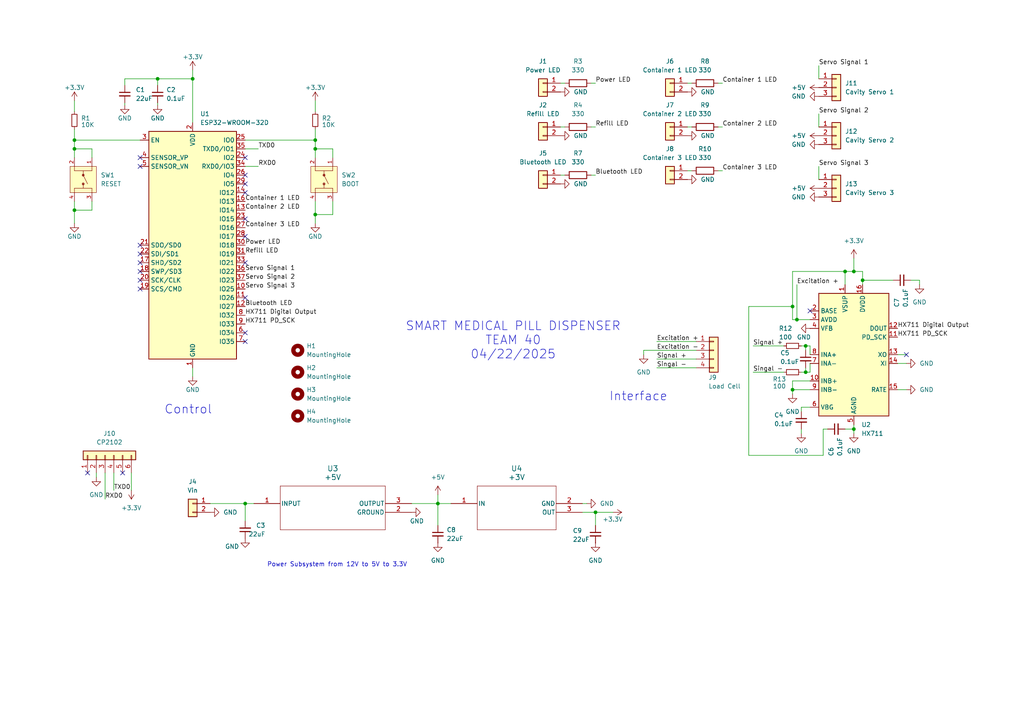
<source format=kicad_sch>
(kicad_sch (version 20231120) (generator "eeschema") (generator_version "8.0")
  (paper "A4")
  (lib_symbols
    (symbol "+3.3V_1" (power) (pin_numbers hide) (pin_names (offset 0) hide)
      (property "Value" "+3.3V" (at 0 3.556 0))
      (symbol "+3.3V_1_0_1"
        (polyline (pts (xy -0.762 1.27) (xy 0 2.54)))
        (polyline (pts (xy 0 0) (xy 0 2.54)))
        (polyline (pts (xy 0 2.54) (xy 0.762 1.27)))
      )
      (symbol "+3.3V_1_1_1"
        (pin power_in line (at 0 0 90) (length 0) (name "~") (number "1"))
      )
    )
    (symbol "2025-03-01_22-06-06:LM3940IT-3.3_NOPB" (pin_names (offset 0.254))
      (property "Reference" "U" (at 19.05 10.16 0))
      (property "Value" "LM3940IT-3.3/NOPB" (at 19.05 7.62 0))
      (symbol "LM3940IT-3.3_NOPB_0_1"
        (polyline (pts (xy 7.62 -7.62) (xy 30.48 -7.62)) (stroke (width 0.127)))
        (polyline (pts (xy 7.62 5.08) (xy 7.62 -7.62)) (stroke (width 0.127)))
        (polyline (pts (xy 30.48 -7.62) (xy 30.48 5.08)) (stroke (width 0.127)))
        (polyline (pts (xy 30.48 5.08) (xy 7.62 5.08)) (stroke (width 0.127)))
        (pin input line (at 0 0 0) (length 7.62) (name "IN") (number "1"))
        (pin passive line (at 38.1 0 180) (length 7.62) (name "GND") (number "2"))
        (pin output line (at 38.1 -2.54 180) (length 7.62) (name "OUT") (number "3"))
      )
    )
    (symbol "2025-03-01_22-08-00:LM7805ACT" (pin_names (offset 0.254))
      (property "Reference" "U" (at 22.86 10.16 0))
      (property "Value" "LM7805ACT" (at 22.86 7.62 0))
      (symbol "LM7805ACT_0_1"
        (polyline (pts (xy 7.62 -7.62) (xy 38.1 -7.62)) (stroke (width 0.127)))
        (polyline (pts (xy 7.62 5.08) (xy 7.62 -7.62)) (stroke (width 0.127)))
        (polyline (pts (xy 38.1 -7.62) (xy 38.1 5.08)) (stroke (width 0.127)))
        (polyline (pts (xy 38.1 5.08) (xy 7.62 5.08)) (stroke (width 0.127)))
        (pin input line (at 0 0 0) (length 7.62) (name "INPUT") (number "1"))
        (pin power_out line (at 45.72 -2.54 180) (length 7.62) (name "GROUND") (number "2"))
        (pin output line (at 45.72 0 180) (length 7.62) (name "OUTPUT") (number "3"))
      )
    )
    (symbol "4-1437565-9:4-1437565-9" (pin_names (offset 1.016))
      (property "Reference" "SW" (at -4.0816 4.0816 0))
      (property "Value" "4-1437565-9" (at -4.071 -5.3432 0))
      (symbol "4-1437565-9_0_0"
        (rectangle (start -3.81 -3.81) (end 3.81 3.81) (stroke (width 0.127)) (fill (type background)))
        (circle (center -1.27 0) (radius 0.254) (stroke (width 0.2159)))
        (polyline (pts (xy -3.81 2.54) (xy -2.54 2.54)) (stroke (width 0.127)))
        (polyline (pts (xy -2.54 -2.54) (xy -3.81 -2.54)) (stroke (width 0.127)))
        (polyline (pts (xy -2.54 0) (xy -1.27 0)) (stroke (width 0.127)))
        (polyline (pts (xy -2.54 2.54) (xy -2.54 -2.54)) (stroke (width 0.127)))
        (polyline (pts (xy -1.27 0) (xy 1.27 1.27)) (stroke (width 0.127)))
        (polyline (pts (xy 1.27 0) (xy 2.54 0)) (stroke (width 0.127)))
        (polyline (pts (xy 2.54 -2.54) (xy 3.81 -2.54)) (stroke (width 0.127)))
        (polyline (pts (xy 2.54 2.54) (xy 2.54 -2.54)) (stroke (width 0.127)))
        (polyline (pts (xy 3.81 2.54) (xy 2.54 2.54)) (stroke (width 0.127)))
        (circle (center 1.27 0) (radius 0.254) (stroke (width 0.2159)))
        (pin passive line (at -6.35 2.54 0) (length 2.54) (name "~") (number "1"))
        (pin passive line (at -6.35 -2.54 0) (length 2.54) (name "~") (number "2"))
        (pin passive line (at 6.35 2.54 180) (length 2.54) (name "~") (number "3"))
        (pin passive line (at 6.35 -2.54 180) (length 2.54) (name "~") (number "4"))
      )
    )
    (symbol "Analog_ADC:HX711"
      (property "Reference" "U" (at 5.08 21.59 0))
      (property "Value" "HX711" (at 7.62 19.05 0))
      (symbol "HX711_0_1"
        (rectangle (start -10.16 17.78) (end 10.16 -17.78) (stroke (width 0.254)) (fill (type background)))
      )
      (symbol "HX711_1_1"
        (pin power_in line (at -2.54 20.32 270) (length 2.54) (name "VSUP") (number "1"))
        (pin input line (at -12.7 -7.62 0) (length 2.54) (name "INB+") (number "10"))
        (pin input line (at 12.7 5.08 180) (length 2.54) (name "PD_SCK") (number "11"))
        (pin output line (at 12.7 7.62 180) (length 2.54) (name "DOUT") (number "12"))
        (pin passive line (at 12.7 0 180) (length 2.54) (name "XO") (number "13"))
        (pin passive line (at 12.7 -2.54 180) (length 2.54) (name "XI") (number "14"))
        (pin input line (at 12.7 -10.16 180) (length 2.54) (name "RATE") (number "15"))
        (pin power_in line (at 2.54 20.32 270) (length 2.54) (name "DVDD") (number "16"))
        (pin passive line (at -12.7 12.7 0) (length 2.54) (name "BASE") (number "2"))
        (pin power_in line (at -12.7 10.16 0) (length 2.54) (name "AVDD") (number "3"))
        (pin input line (at -12.7 7.62 0) (length 2.54) (name "VFB") (number "4"))
        (pin power_in line (at 0 -20.32 90) (length 2.54) (name "AGND") (number "5"))
        (pin passive line (at -12.7 -15.24 0) (length 2.54) (name "VBG") (number "6"))
        (pin input line (at -12.7 -2.54 0) (length 2.54) (name "INA-") (number "7"))
        (pin input line (at -12.7 0 0) (length 2.54) (name "INA+") (number "8"))
        (pin input line (at -12.7 -10.16 0) (length 2.54) (name "INB-") (number "9"))
      )
    )
    (symbol "Connector_Generic:Conn_01x02" (pin_names (offset 1.016) hide)
      (property "Reference" "J" (at 0 2.54 0))
      (property "Value" "Conn_01x02" (at 0 -5.08 0))
      (symbol "Conn_01x02_1_1"
        (rectangle (start -1.27 -2.413) (end 0 -2.667) (stroke (width 0.1524)))
        (rectangle (start -1.27 0.127) (end 0 -0.127) (stroke (width 0.1524)))
        (rectangle (start -1.27 1.27) (end 1.27 -3.81) (stroke (width 0.254)) (fill (type background)))
        (pin passive line (at -5.08 0 0) (length 3.81) (name "Pin_1") (number "1"))
        (pin passive line (at -5.08 -2.54 0) (length 3.81) (name "Pin_2") (number "2"))
      )
    )
    (symbol "Connector_Generic:Conn_01x03" (pin_names (offset 1.016) hide)
      (property "Reference" "J" (at 0 5.08 0))
      (property "Value" "Conn_01x03" (at 0 -5.08 0))
      (symbol "Conn_01x03_1_1"
        (rectangle (start -1.27 -2.413) (end 0 -2.667) (stroke (width 0.1524)))
        (rectangle (start -1.27 0.127) (end 0 -0.127) (stroke (width 0.1524)))
        (rectangle (start -1.27 2.667) (end 0 2.413) (stroke (width 0.1524)))
        (rectangle (start -1.27 3.81) (end 1.27 -3.81) (stroke (width 0.254)) (fill (type background)))
        (pin passive line (at -5.08 2.54 0) (length 3.81) (name "Pin_1") (number "1"))
        (pin passive line (at -5.08 0 0) (length 3.81) (name "Pin_2") (number "2"))
        (pin passive line (at -5.08 -2.54 0) (length 3.81) (name "Pin_3") (number "3"))
      )
    )
    (symbol "Connector_Generic:Conn_01x04" (pin_names (offset 1.016) hide)
      (property "Reference" "J" (at 0 5.08 0))
      (property "Value" "Conn_01x04" (at 0 -7.62 0))
      (symbol "Conn_01x04_1_1"
        (rectangle (start -1.27 -4.953) (end 0 -5.207) (stroke (width 0.1524)))
        (rectangle (start -1.27 -2.413) (end 0 -2.667) (stroke (width 0.1524)))
        (rectangle (start -1.27 0.127) (end 0 -0.127) (stroke (width 0.1524)))
        (rectangle (start -1.27 2.667) (end 0 2.413) (stroke (width 0.1524)))
        (rectangle (start -1.27 3.81) (end 1.27 -6.35) (stroke (width 0.254)) (fill (type background)))
        (pin passive line (at -5.08 2.54 0) (length 3.81) (name "Pin_1") (number "1"))
        (pin passive line (at -5.08 0 0) (length 3.81) (name "Pin_2") (number "2"))
        (pin passive line (at -5.08 -2.54 0) (length 3.81) (name "Pin_3") (number "3"))
        (pin passive line (at -5.08 -5.08 0) (length 3.81) (name "Pin_4") (number "4"))
      )
    )
    (symbol "Connector_Generic:Conn_01x06" (pin_names (offset 1.016) hide)
      (property "Reference" "J" (at 0 7.62 0))
      (property "Value" "Conn_01x06" (at 0 -10.16 0))
      (symbol "Conn_01x06_1_1"
        (rectangle (start -1.27 -7.493) (end 0 -7.747) (stroke (width 0.1524)))
        (rectangle (start -1.27 -4.953) (end 0 -5.207) (stroke (width 0.1524)))
        (rectangle (start -1.27 -2.413) (end 0 -2.667) (stroke (width 0.1524)))
        (rectangle (start -1.27 0.127) (end 0 -0.127) (stroke (width 0.1524)))
        (rectangle (start -1.27 2.667) (end 0 2.413) (stroke (width 0.1524)))
        (rectangle (start -1.27 5.207) (end 0 4.953) (stroke (width 0.1524)))
        (rectangle (start -1.27 6.35) (end 1.27 -8.89) (stroke (width 0.254)) (fill (type background)))
        (pin passive line (at -5.08 5.08 0) (length 3.81) (name "Pin_1") (number "1"))
        (pin passive line (at -5.08 2.54 0) (length 3.81) (name "Pin_2") (number "2"))
        (pin passive line (at -5.08 0 0) (length 3.81) (name "Pin_3") (number "3"))
        (pin passive line (at -5.08 -2.54 0) (length 3.81) (name "Pin_4") (number "4"))
        (pin passive line (at -5.08 -5.08 0) (length 3.81) (name "Pin_5") (number "5"))
        (pin passive line (at -5.08 -7.62 0) (length 3.81) (name "Pin_6") (number "6"))
      )
    )
    (symbol "Device:C_Small" (pin_numbers hide) (pin_names (offset 0.254) hide)
      (property "Reference" "C" (at 0.254 1.778 0))
      (property "Value" "C_Small" (at 0.254 -2.032 0))
      (symbol "C_Small_0_1"
        (polyline (pts (xy -1.524 -0.508) (xy 1.524 -0.508)) (stroke (width 0.3302)))
        (polyline (pts (xy -1.524 0.508) (xy 1.524 0.508)) (stroke (width 0.3048)))
      )
      (symbol "C_Small_1_1"
        (pin passive line (at 0 2.54 270) (length 2.032) (name "~") (number "1"))
        (pin passive line (at 0 -2.54 90) (length 2.032) (name "~") (number "2"))
      )
    )
    (symbol "Device:R" (pin_numbers hide) (pin_names (offset 0))
      (property "Reference" "R" (at 2.032 0 90))
      (property "Value" "R" (at 0 0 90))
      (symbol "R_0_1"
        (rectangle (start -1.016 -2.54) (end 1.016 2.54) (stroke (width 0.254)))
      )
      (symbol "R_1_1"
        (pin passive line (at 0 3.81 270) (length 1.27) (name "~") (number "1"))
        (pin passive line (at 0 -3.81 90) (length 1.27) (name "~") (number "2"))
      )
    )
    (symbol "Device:R_Small" (pin_numbers hide) (pin_names (offset 0.254) hide)
      (property "Reference" "R" (at 0.762 0.508 0))
      (property "Value" "R_Small" (at 0.762 -1.016 0))
      (symbol "R_Small_0_1"
        (rectangle (start -0.762 1.778) (end 0.762 -1.778) (stroke (width 0.2032)))
      )
      (symbol "R_Small_1_1"
        (pin passive line (at 0 2.54 270) (length 0.762) (name "~") (number "1"))
        (pin passive line (at 0 -2.54 90) (length 0.762) (name "~") (number "2"))
      )
    )
    (symbol "GND_1" (power) (pin_numbers hide) (pin_names (offset 0) hide)
      (property "Value" "GND" (at 0 -3.81 0))
      (symbol "GND_1_0_1"
        (polyline (pts (xy 0 0) (xy 0 -1.27) (xy 1.27 -1.27) (xy 0 -2.54) (xy -1.27 -1.27) (xy 0 -1.27)))
      )
      (symbol "GND_1_1_1"
        (pin power_in line (at 0 0 270) (length 0) (name "~") (number "1"))
      )
    )
    (symbol "GND_2" (power) (pin_numbers hide) (pin_names (offset 0) hide)
      (property "Value" "GND" (at 0 -3.81 0))
      (symbol "GND_2_0_1"
        (polyline (pts (xy 0 0) (xy 0 -1.27) (xy 1.27 -1.27) (xy 0 -2.54) (xy -1.27 -1.27) (xy 0 -1.27)))
      )
      (symbol "GND_2_1_1"
        (pin power_in line (at 0 0 270) (length 0) (name "~") (number "1"))
      )
    )
    (symbol "GND_3" (power) (pin_numbers hide) (pin_names (offset 0) hide)
      (property "Value" "GND" (at 0 -3.81 0))
      (symbol "GND_3_0_1"
        (polyline (pts (xy 0 0) (xy 0 -1.27) (xy 1.27 -1.27) (xy 0 -2.54) (xy -1.27 -1.27) (xy 0 -1.27)))
      )
      (symbol "GND_3_1_1"
        (pin power_in line (at 0 0 270) (length 0) (name "~") (number "1"))
      )
    )
    (symbol "GND_4" (power) (pin_numbers hide) (pin_names (offset 0) hide)
      (property "Value" "GND" (at 0 -3.81 0))
      (symbol "GND_4_0_1"
        (polyline (pts (xy 0 0) (xy 0 -1.27) (xy 1.27 -1.27) (xy 0 -2.54) (xy -1.27 -1.27) (xy 0 -1.27)))
      )
      (symbol "GND_4_1_1"
        (pin power_in line (at 0 0 270) (length 0) (name "~") (number "1"))
      )
    )
    (symbol "Mechanical:MountingHole" (pin_names (offset 1.016)) (exclude_from_sim yes) (in_bom no)
      (property "Reference" "H" (at 0 5.08 0))
      (property "Value" "MountingHole" (at 0 3.175 0))
      (symbol "MountingHole_0_1"
        (circle (center 0 0) (radius 1.27) (stroke (width 1.27)))
      )
    )
    (symbol "RF_Module:ESP32-WROOM-32D"
      (property "Reference" "U" (at -12.7 34.29 0))
      (property "Value" "ESP32-WROOM-32D" (at 1.27 34.29 0))
      (symbol "ESP32-WROOM-32D_0_1"
        (rectangle (start -12.7 33.02) (end 12.7 -33.02) (stroke (width 0.254)) (fill (type background)))
      )
      (symbol "ESP32-WROOM-32D_1_1"
        (pin power_in line (at 0 -35.56 90) (length 2.54) (name "GND") (number "1"))
        (pin bidirectional line (at 15.24 -12.7 180) (length 2.54) (name "IO25") (number "10"))
        (pin bidirectional line (at 15.24 -15.24 180) (length 2.54) (name "IO26") (number "11"))
        (pin bidirectional line (at 15.24 -17.78 180) (length 2.54) (name "IO27") (number "12"))
        (pin bidirectional line (at 15.24 10.16 180) (length 2.54) (name "IO14") (number "13"))
        (pin bidirectional line (at 15.24 15.24 180) (length 2.54) (name "IO12") (number "14"))
        (pin passive line (at 0 -35.56 90) (length 2.54) hide (name "GND") (number "15"))
        (pin bidirectional line (at 15.24 12.7 180) (length 2.54) (name "IO13") (number "16"))
        (pin bidirectional line (at -15.24 -5.08 0) (length 2.54) (name "SHD/SD2") (number "17"))
        (pin bidirectional line (at -15.24 -7.62 0) (length 2.54) (name "SWP/SD3") (number "18"))
        (pin bidirectional line (at -15.24 -12.7 0) (length 2.54) (name "SCS/CMD") (number "19"))
        (pin power_in line (at 0 35.56 270) (length 2.54) (name "VDD") (number "2"))
        (pin bidirectional line (at -15.24 -10.16 0) (length 2.54) (name "SCK/CLK") (number "20"))
        (pin bidirectional line (at -15.24 0 0) (length 2.54) (name "SDO/SD0") (number "21"))
        (pin bidirectional line (at -15.24 -2.54 0) (length 2.54) (name "SDI/SD1") (number "22"))
        (pin bidirectional line (at 15.24 7.62 180) (length 2.54) (name "IO15") (number "23"))
        (pin bidirectional line (at 15.24 25.4 180) (length 2.54) (name "IO2") (number "24"))
        (pin bidirectional line (at 15.24 30.48 180) (length 2.54) (name "IO0") (number "25"))
        (pin bidirectional line (at 15.24 20.32 180) (length 2.54) (name "IO4") (number "26"))
        (pin bidirectional line (at 15.24 5.08 180) (length 2.54) (name "IO16") (number "27"))
        (pin bidirectional line (at 15.24 2.54 180) (length 2.54) (name "IO17") (number "28"))
        (pin bidirectional line (at 15.24 17.78 180) (length 2.54) (name "IO5") (number "29"))
        (pin input line (at -15.24 30.48 0) (length 2.54) (name "EN") (number "3"))
        (pin bidirectional line (at 15.24 0 180) (length 2.54) (name "IO18") (number "30"))
        (pin bidirectional line (at 15.24 -2.54 180) (length 2.54) (name "IO19") (number "31"))
        (pin no_connect line (at -12.7 -27.94 0) (length 2.54) hide (name "NC") (number "32"))
        (pin bidirectional line (at 15.24 -5.08 180) (length 2.54) (name "IO21") (number "33"))
        (pin bidirectional line (at 15.24 22.86 180) (length 2.54) (name "RXD0/IO3") (number "34"))
        (pin bidirectional line (at 15.24 27.94 180) (length 2.54) (name "TXD0/IO1") (number "35"))
        (pin bidirectional line (at 15.24 -7.62 180) (length 2.54) (name "IO22") (number "36"))
        (pin bidirectional line (at 15.24 -10.16 180) (length 2.54) (name "IO23") (number "37"))
        (pin passive line (at 0 -35.56 90) (length 2.54) hide (name "GND") (number "38"))
        (pin passive line (at 0 -35.56 90) (length 2.54) hide (name "GND") (number "39"))
        (pin input line (at -15.24 25.4 0) (length 2.54) (name "SENSOR_VP") (number "4"))
        (pin input line (at -15.24 22.86 0) (length 2.54) (name "SENSOR_VN") (number "5"))
        (pin input line (at 15.24 -25.4 180) (length 2.54) (name "IO34") (number "6"))
        (pin input line (at 15.24 -27.94 180) (length 2.54) (name "IO35") (number "7"))
        (pin bidirectional line (at 15.24 -20.32 180) (length 2.54) (name "IO32") (number "8"))
        (pin bidirectional line (at 15.24 -22.86 180) (length 2.54) (name "IO33") (number "9"))
      )
    )
    (symbol "power:+3.3V" (power) (pin_names (offset 0))
      (property "Value" "+3.3V" (at 0 3.556 0))
      (symbol "+3.3V_0_1"
        (polyline (pts (xy -0.762 1.27) (xy 0 2.54)))
        (polyline (pts (xy 0 0) (xy 0 2.54)))
        (polyline (pts (xy 0 2.54) (xy 0.762 1.27)))
      )
      (symbol "+3.3V_1_1"
        (pin power_in line (at 0 0 90) (length 0) hide (name "+3.3V") (number "1"))
      )
    )
    (symbol "power:+5V" (power) (pin_names (offset 0))
      (property "Value" "+5V" (at 0 3.556 0))
      (symbol "+5V_0_1"
        (polyline (pts (xy -0.762 1.27) (xy 0 2.54)))
        (polyline (pts (xy 0 0) (xy 0 2.54)))
        (polyline (pts (xy 0 2.54) (xy 0.762 1.27)))
      )
      (symbol "+5V_1_1"
        (pin power_in line (at 0 0 90) (length 0) hide (name "+5V") (number "1"))
      )
    )
    (symbol "power:GND" (power) (pin_names (offset 0))
      (property "Value" "GND" (at 0 -3.81 0))
      (symbol "GND_0_1"
        (polyline (pts (xy 0 0) (xy 0 -1.27) (xy 1.27 -1.27) (xy 0 -2.54) (xy -1.27 -1.27) (xy 0 -1.27)))
      )
      (symbol "GND_1_1"
        (pin power_in line (at 0 0 270) (length 0) hide (name "GND") (number "1"))
      )
    )
  )
  (junction (at 231.14 92.71))
  (junction (at 229.87 88.9))
  (junction (at 21.59 60.96))
  (junction (at 21.59 40.64))
  (junction (at 229.87 113.03))
  (junction (at 233.68 107.95))
  (junction (at 247.65 124.46))
  (junction (at 45.72 22.86))
  (junction (at 91.44 43.18))
  (junction (at 127 146.05))
  (junction (at 233.68 100.33))
  (junction (at 247.65 78.74))
  (junction (at 250.19 81.28))
  (junction (at 71.12 146.05))
  (junction (at 91.44 62.23))
  (junction (at 245.11 78.74))
  (junction (at 21.59 43.18))
  (junction (at 172.72 148.59))
  (junction (at 91.44 40.64))
  (junction (at 55.88 22.86))
  (no_connect (at 40.64 83.82))
  (no_connect (at 40.64 45.72))
  (no_connect (at 234.95 90.17))
  (no_connect (at 71.12 50.8))
  (no_connect (at 40.64 78.74))
  (no_connect (at 71.12 55.88))
  (no_connect (at 40.64 48.26))
  (no_connect (at 71.12 96.52))
  (no_connect (at 35.56 137.16))
  (no_connect (at 25.4 137.16))
  (no_connect (at 40.64 76.2))
  (no_connect (at 71.12 99.06))
  (no_connect (at 40.64 73.66))
  (no_connect (at 71.12 86.36))
  (no_connect (at 71.12 68.58))
  (no_connect (at 262.89 102.87))
  (no_connect (at 71.12 63.5))
  (no_connect (at 71.12 53.34))
  (no_connect (at 40.64 81.28))
  (no_connect (at 71.12 45.72))
  (no_connect (at 71.12 76.2))
  (no_connect (at 40.64 71.12))
  (wire (pts (xy 74.93 48.26) (xy 71.12 48.26)))
  (wire (pts (xy 234.95 110.49) (xy 229.87 110.49)))
  (wire (pts (xy 217.17 88.9) (xy 217.17 132.08)))
  (wire (pts (xy 245.11 124.46) (xy 247.65 124.46)))
  (wire (pts (xy 127 146.05) (xy 130.81 146.05)))
  (wire (pts (xy 208.28 24.13) (xy 209.55 24.13)))
  (wire (pts (xy 229.87 88.9) (xy 217.17 88.9)))
  (wire (pts (xy 186.69 101.6) (xy 201.93 101.6)))
  (wire (pts (xy 172.72 148.59) (xy 172.72 152.4)))
  (wire (pts (xy 238.76 124.46) (xy 240.03 124.46)))
  (wire (pts (xy 229.87 78.74) (xy 245.11 78.74)))
  (wire (pts (xy 262.89 113.03) (xy 260.35 113.03)))
  (wire (pts (xy 177.8 148.59) (xy 172.72 148.59)))
  (wire (pts (xy 233.68 107.95) (xy 234.95 107.95)))
  (wire (pts (xy 217.17 132.08) (xy 238.76 132.08)))
  (wire (pts (xy 238.76 132.08) (xy 238.76 124.46)))
  (wire (pts (xy 237.49 33.02) (xy 237.49 36.83)))
  (wire (pts (xy 91.44 43.18) (xy 91.44 45.72)))
  (wire (pts (xy 250.19 81.28) (xy 259.08 81.28)))
  (wire (pts (xy 247.65 124.46) (xy 247.65 125.73)))
  (wire (pts (xy 190.5 104.14) (xy 201.93 104.14)))
  (wire (pts (xy 21.59 40.64) (xy 21.59 43.18)))
  (wire (pts (xy 199.39 49.53) (xy 200.66 49.53)))
  (wire (pts (xy 232.41 124.46) (xy 232.41 125.73)))
  (wire (pts (xy 91.44 29.21) (xy 91.44 32.385)))
  (wire (pts (xy 171.45 24.13) (xy 172.72 24.13)))
  (wire (pts (xy 208.28 49.53) (xy 209.55 49.53)))
  (wire (pts (xy 229.87 113.03) (xy 234.95 113.03)))
  (wire (pts (xy 229.87 110.49) (xy 229.87 113.03)))
  (wire (pts (xy 229.87 92.71) (xy 229.87 88.9)))
  (wire (pts (xy 218.44 107.95) (xy 227.33 107.95)))
  (wire (pts (xy 237.49 19.05) (xy 237.49 22.86)))
  (wire (pts (xy 38.1 137.16) (xy 38.1 142.24)))
  (wire (pts (xy 231.14 82.55) (xy 231.14 92.71)))
  (wire (pts (xy 74.93 43.18) (xy 71.12 43.18)))
  (wire (pts (xy 171.45 50.8) (xy 172.72 50.8)))
  (wire (pts (xy 71.12 146.05) (xy 73.66 146.05)))
  (wire (pts (xy 234.95 100.33) (xy 234.95 102.87)))
  (wire (pts (xy 247.65 123.19) (xy 247.65 124.46)))
  (wire (pts (xy 262.89 105.41) (xy 260.35 105.41)))
  (wire (pts (xy 245.11 78.74) (xy 247.65 78.74)))
  (wire (pts (xy 247.65 78.74) (xy 250.19 78.74)))
  (wire (pts (xy 36.195 29.845) (xy 36.195 30.48)))
  (wire (pts (xy 21.59 29.21) (xy 21.59 32.385)))
  (wire (pts (xy 26.67 58.42) (xy 26.67 60.96)))
  (wire (pts (xy 26.67 60.96) (xy 21.59 60.96)))
  (wire (pts (xy 237.49 48.26) (xy 237.49 52.07)))
  (wire (pts (xy 27.94 137.16) (xy 27.94 138.43)))
  (wire (pts (xy 264.16 81.28) (xy 266.7 81.28)))
  (wire (pts (xy 26.67 43.18) (xy 26.67 45.72)))
  (wire (pts (xy 36.195 22.86) (xy 45.72 22.86)))
  (wire (pts (xy 96.52 43.18) (xy 96.52 45.72)))
  (wire (pts (xy 232.41 107.95) (xy 233.68 107.95)))
  (wire (pts (xy 247.65 78.74) (xy 247.65 74.93)))
  (wire (pts (xy 232.41 118.11) (xy 234.95 118.11)))
  (wire (pts (xy 234.95 92.71) (xy 231.14 92.71)))
  (wire (pts (xy 262.89 102.87) (xy 260.35 102.87)))
  (wire (pts (xy 21.59 37.465) (xy 21.59 40.64)))
  (wire (pts (xy 234.95 107.95) (xy 234.95 105.41)))
  (wire (pts (xy 171.45 36.83) (xy 172.72 36.83)))
  (wire (pts (xy 199.39 36.83) (xy 200.66 36.83)))
  (wire (pts (xy 168.91 146.05) (xy 170.18 146.05)))
  (wire (pts (xy 71.12 146.05) (xy 71.12 151.13)))
  (wire (pts (xy 21.59 43.18) (xy 21.59 45.72)))
  (wire (pts (xy 96.52 62.23) (xy 91.44 62.23)))
  (wire (pts (xy 96.52 58.42) (xy 96.52 62.23)))
  (wire (pts (xy 162.56 50.8) (xy 163.83 50.8)))
  (wire (pts (xy 21.59 58.42) (xy 21.59 60.96)))
  (wire (pts (xy 232.41 119.38) (xy 232.41 118.11)))
  (wire (pts (xy 55.88 22.86) (xy 55.88 35.56)))
  (wire (pts (xy 127 143.51) (xy 127 146.05)))
  (wire (pts (xy 232.41 100.33) (xy 233.68 100.33)))
  (wire (pts (xy 55.88 106.68) (xy 55.88 109.22)))
  (wire (pts (xy 229.87 113.03) (xy 229.87 114.3)))
  (wire (pts (xy 250.19 81.28) (xy 250.19 78.74)))
  (wire (pts (xy 91.44 62.23) (xy 91.44 64.77)))
  (wire (pts (xy 162.56 24.13) (xy 163.83 24.13)))
  (wire (pts (xy 162.56 36.83) (xy 163.83 36.83)))
  (wire (pts (xy 190.5 106.68) (xy 201.93 106.68)))
  (wire (pts (xy 71.12 40.64) (xy 91.44 40.64)))
  (wire (pts (xy 186.69 101.6) (xy 186.69 102.87)))
  (wire (pts (xy 91.44 37.465) (xy 91.44 40.64)))
  (wire (pts (xy 172.72 148.59) (xy 168.91 148.59)))
  (wire (pts (xy 60.96 146.05) (xy 71.12 146.05)))
  (wire (pts (xy 45.72 22.86) (xy 55.88 22.86)))
  (wire (pts (xy 233.68 106.68) (xy 233.68 107.95)))
  (wire (pts (xy 127 146.05) (xy 127 152.4)))
  (wire (pts (xy 55.88 20.32) (xy 55.88 22.86)))
  (wire (pts (xy 91.44 40.64) (xy 91.44 43.18)))
  (wire (pts (xy 190.5 99.06) (xy 201.93 99.06)))
  (wire (pts (xy 231.14 92.71) (xy 229.87 92.71)))
  (wire (pts (xy 45.72 29.845) (xy 45.72 30.48)))
  (wire (pts (xy 21.59 40.64) (xy 40.64 40.64)))
  (wire (pts (xy 245.11 82.55) (xy 245.11 78.74)))
  (wire (pts (xy 33.02 137.16) (xy 33.02 142.24)))
  (wire (pts (xy 266.7 81.28) (xy 266.7 82.55)))
  (wire (pts (xy 208.28 36.83) (xy 209.55 36.83)))
  (wire (pts (xy 229.87 88.9) (xy 229.87 78.74)))
  (wire (pts (xy 233.68 100.33) (xy 233.68 101.6)))
  (wire (pts (xy 233.68 100.33) (xy 234.95 100.33)))
  (wire (pts (xy 250.19 82.55) (xy 250.19 81.28)))
  (wire (pts (xy 21.59 60.96) (xy 21.59 64.77)))
  (wire (pts (xy 119.38 146.05) (xy 127 146.05)))
  (wire (pts (xy 91.44 43.18) (xy 96.52 43.18)))
  (wire (pts (xy 21.59 43.18) (xy 26.67 43.18)))
  (wire (pts (xy 30.48 144.78) (xy 30.48 137.16)))
  (wire (pts (xy 218.44 100.33) (xy 227.33 100.33)))
  (wire (pts (xy 91.44 58.42) (xy 91.44 62.23)))
  (wire (pts (xy 199.39 24.13) (xy 200.66 24.13)))
  (wire (pts (xy 36.195 22.86) (xy 36.195 24.765)))
  (wire (pts (xy 45.72 22.86) (xy 45.72 24.765)))
  (text "Control\n" (at 54.61 118.872 0) (effects (font (size 2.54 2.54))))
  (text "Power Subsystem from 12V to 5V to 3.3V" (at 97.79 163.83 0) (effects (font (size 1.27 1.27))))
  (text "Interface" (at 185.166 115.062 0) (effects (font (size 2.54 2.54))))
  (text "SMART MEDICAL PILL DISPENSER\nTEAM 40\n04/22/2025" (at 148.844 98.806 0) (effects (font (size 2.54 2.54))))
  (label "Excitation -" (at 190.5 101.6 0))
  (label "Servo Signal 1" (at 71.12 78.74 0))
  (label "RXD0" (at 74.93 48.26 0))
  (label "Container 1 LED" (at 209.55 24.13 0))
  (label "Container 3 LED" (at 209.55 49.53 0))
  (label "Excitation +" (at 190.5 99.06 0))
  (label "RXD0" (at 30.48 144.78 0))
  (label "Container 2 LED" (at 71.12 60.96 0))
  (label "Servo Signal 3" (at 237.49 48.26 0))
  (label "Bluetooth LED" (at 71.12 88.9 0))
  (label "Container 2 LED" (at 209.55 36.83 0))
  (label "Refill LED" (at 172.72 36.83 0))
  (label "Servo Signal 3" (at 71.12 83.82 0))
  (label "Servo Signal 2" (at 71.12 81.28 0))
  (label "Bluetooth LED" (at 172.72 50.8 0))
  (label "Signal +" (at 190.5 104.14 0))
  (label "Signal +" (at 218.44 100.33 0))
  (label "Container 3 LED" (at 71.12 66.04 0))
  (label "Singal -" (at 190.5 106.68 0))
  (label "HX711 PD_SCK" (at 260.35 97.79 0))
  (label "HX711 PD_SCK" (at 71.12 93.98 0))
  (label "Power LED" (at 71.12 71.12 0))
  (label "Singal -" (at 218.44 107.95 0))
  (label "Refill LED" (at 71.12 73.66 0))
  (label "TXD0" (at 74.93 43.18 0))
  (label "Servo Signal 1" (at 237.49 19.05 0))
  (label "HX711 Digital Output" (at 71.12 91.44 0))
  (label "Power LED" (at 172.72 24.13 0))
  (label "Excitation +" (at 231.14 82.55 0))
  (label "TXD0" (at 33.02 142.24 0))
  (label "Container 1 LED" (at 71.12 58.42 0))
  (label "Servo Signal 2" (at 237.49 33.02 0))
  (label "HX711 Digital Output" (at 260.35 95.25 0))
  (symbol (lib_id "Connector_Generic:Conn_01x02") (at 194.31 36.83 0) (mirror y) (unit 1)
    (property "Reference" "J7" (at 194.31 30.48 0))
    (property "Value" "Container 2 LED" (at 194.31 33.02 0))
    (property "Footprint" "Connector_Molex:Molex_KK-254_AE-6410-02A_1x02_P2.54mm_Vertical" (effects (hide yes)))
    (property "Description" "Generic connector, single row, 01x02, script generated (kicad-library-utils/schlib/autogen/connector/)" (effects (hide yes)))
  )
  (symbol (lib_id "power:GND") (at 162.56 53.34 90) (unit 1)
    (property "Reference" "#PWR013" (effects (hide yes)))
    (property "Value" "GND" (at 166.37 53.3399 90) (effects (justify right)))
    (property "Description" "Power symbol creates a global label with name \"GND\" , ground" (effects (hide yes)))
  )
  (symbol (lib_id "power:GND") (at 162.56 26.67 90) (unit 1)
    (property "Reference" "#PWR09" (effects (hide yes)))
    (property "Value" "GND" (at 166.37 26.6699 90) (effects (justify right)))
    (property "Description" "Power symbol creates a global label with name \"GND\" , ground" (effects (hide yes)))
  )
  (symbol (lib_id "Connector_Generic:Conn_01x03") (at 242.57 54.61 0) (unit 1)
    (property "Reference" "J13" (at 245.11 53.3399 0) (effects (justify left)))
    (property "Value" "Cavity Servo 3" (at 245.11 55.8799 0) (effects (justify left)))
    (property "Footprint" "Connector_Molex:Molex_KK-254_AE-6410-03A_1x03_P2.54mm_Vertical" (effects (hide yes)))
    (property "Description" "Generic connector, single row, 01x03, script generated (kicad-library-utils/schlib/autogen/connector/)" (effects (hide yes)))
  )
  (symbol (lib_id "4-1437565-9:4-1437565-9") (at 93.98 52.07 270) (unit 1)
    (property "Reference" "SW2" (at 99.06 50.7999 90) (effects (justify left)))
    (property "Value" "BOOT" (at 99.06 53.3399 90) (effects (justify left)))
    (property "Footprint" "4-1437565-9:TE_4-1437565-9" (effects (hide yes)))
    (property "Contact_Current_Rating" "50 mA" (effects (hide yes)))
    (property "COMMENT" "FSM6JSMA (4-1437565-9)" (effects (hide yes)))
    (property "Configuration_Pole-Throw" "Single Pole - Single Throw" (effects (hide yes)))
    (property "Check_prices" "https://www.snapeda.com/parts/FSM6JSMA/TE+Connectivity+ALCOSWITCH+Switches/view-part/?ref=eda" (effects (hide yes)))
    (property "CONFIGURATION_(POLE-THROW)" "Single Pole - Single Throw" (effects (hide yes)))
    (property "STANDARD" "Manufacturer Recommendation" (effects (hide yes)))
    (property "PARTREV" "V" (effects (hide yes)))
    (property "SnapEDA_Link" "https://www.snapeda.com/parts/FSM6JSMA/TE+Connectivity+ALCOSWITCH+Switches/view-part/?ref=snap" (effects (hide yes)))
    (property "LINK" "http://www.te.com/usa-en/product-4-1437565-9.html" (effects (hide yes)))
    (property "EU_RoHS_Compliance" "Compliant" (effects (hide yes)))
    (property "Price" "None" (effects (hide yes)))
    (property "AVAILABILITY" "Good" (effects (hide yes)))
    (property "Description_1" "\n                        \n                            Alcoswitch, Switch, Tactile, 50 mA, SPST, Pushbutton, Off[On], FSM6JSMA | TE Connectivity FSM6JSMA\n                        \n" (effects (hide yes)))
    (property "CONTACT_CURRENT_RATING" "50 mA" (effects (hide yes)))
    (property "MF" "TE Connectivity" (effects (hide yes)))
    (property "DESCRIPTION" "FSM6JSMA=SMT,TACTILE,PB SWITCH" (effects (hide yes)))
    (property "PRICE" "0.15 USD" (effects (hide yes)))
    (property "PACKAGE" "None" (effects (hide yes)))
    (property "Availability" "In Stock" (effects (hide yes)))
    (property "MP" "FSM6JSMA" (effects (hide yes)))
    (property "Package" "None" (effects (hide yes)))
    (property "EU_ROHS_COMPLIANCE" "Compliant" (effects (hide yes)))
    (property "Comment" "4-1437565-9" (effects (hide yes)))
  )
  (symbol (lib_id "Connector_Generic:Conn_01x03") (at 242.57 25.4 0) (unit 1)
    (property "Reference" "J11" (at 245.11 24.1299 0) (effects (justify left)))
    (property "Value" "Cavity Servo 1" (at 245.11 26.6699 0) (effects (justify left)))
    (property "Footprint" "Connector_Molex:Molex_KK-254_AE-6410-03A_1x03_P2.54mm_Vertical" (effects (hide yes)))
    (property "Description" "Generic connector, single row, 01x03, script generated (kicad-library-utils/schlib/autogen/connector/)" (effects (hide yes)))
  )
  (symbol (lib_name "GND_1") (lib_id "power:GND") (at 172.72 157.48 0) (unit 1)
    (property "Reference" "#PWR037" (effects (hide yes)))
    (property "Value" "GND" (at 172.72 162.56 0))
    (property "Description" "Power symbol creates a global label with name \"GND\" , ground" (effects (hide yes)))
  )
  (symbol (lib_id "Device:R") (at 204.47 36.83 90) (unit 1)
    (property "Reference" "R9" (at 204.47 30.48 90))
    (property "Value" "330" (at 204.47 33.02 90))
    (property "Footprint" "Connector_Molex:Molex_KK-254_AE-6410-02A_1x02_P2.54mm_Vertical" (effects (hide yes)))
    (property "Description" "Resistor" (effects (hide yes)))
  )
  (symbol (lib_id "Device:R") (at 204.47 24.13 90) (unit 1)
    (property "Reference" "R8" (at 204.47 17.78 90))
    (property "Value" "330" (at 204.47 20.32 90))
    (property "Footprint" "Connector_Molex:Molex_KK-254_AE-6410-02A_1x02_P2.54mm_Vertical" (effects (hide yes)))
    (property "Description" "Resistor" (effects (hide yes)))
  )
  (symbol (lib_id "Device:R") (at 167.64 36.83 90) (unit 1)
    (property "Reference" "R4" (at 167.64 30.48 90))
    (property "Value" "330" (at 167.64 33.02 90))
    (property "Footprint" "Connector_Molex:Molex_KK-254_AE-6410-02A_1x02_P2.54mm_Vertical" (effects (hide yes)))
    (property "Description" "Resistor" (effects (hide yes)))
  )
  (symbol (lib_id "Connector_Generic:Conn_01x02") (at 157.48 24.13 0) (mirror y) (unit 1)
    (property "Reference" "J1" (at 157.48 17.78 0))
    (property "Value" "Power LED" (at 157.48 20.32 0))
    (property "Footprint" "Connector_Molex:Molex_KK-254_AE-6410-02A_1x02_P2.54mm_Vertical" (effects (hide yes)))
    (property "Description" "Generic connector, single row, 01x02, script generated (kicad-library-utils/schlib/autogen/connector/)" (effects (hide yes)))
  )
  (symbol (lib_id "power:+3.3V") (at 55.88 20.32 0) (unit 1)
    (property "Reference" "#PWR05" (effects (hide yes)))
    (property "Value" "+3.3V" (at 55.88 16.51 0))
  )
  (symbol (lib_id "Connector_Generic:Conn_01x06") (at 30.48 132.08 90) (unit 1)
    (property "Reference" "J10" (at 31.75 125.73 90))
    (property "Value" "CP2102" (at 31.75 128.27 90))
    (property "Footprint" "Connector_Molex:Molex_KK-254_AE-6410-06A_1x06_P2.54mm_Vertical" (effects (hide yes)))
    (property "Description" "Generic connector, single row, 01x06, script generated (kicad-library-utils/schlib/autogen/connector/)" (effects (hide yes)))
  )
  (symbol (lib_name "GND_4") (lib_id "power:GND") (at 27.94 138.43 0) (unit 1)
    (property "Reference" "#PWR041" (effects (hide yes)))
    (property "Value" "GND" (at 27.94 143.51 0))
    (property "Description" "Power symbol creates a global label with name \"GND\" , ground" (effects (hide yes)))
  )
  (symbol (lib_id "Device:C_Small") (at 233.68 104.14 0) (unit 1)
    (property "Reference" "C5" (at 226.314 102.362 0) (effects (justify left)))
    (property "Value" "0.1uF" (at 226.314 104.902 0) (effects (justify left)))
    (property "Footprint" "Connector_Molex:Molex_KK-254_AE-6410-02A_1x02_P2.54mm_Vertical" (effects (hide yes)))
    (property "Description" "Unpolarized capacitor, small symbol" (effects (hide yes)))
  )
  (symbol (lib_id "power:GND") (at 36.195 30.48 0) (unit 1)
    (property "Reference" "#PWR03" (effects (hide yes)))
    (property "Value" "GND" (at 36.195 34.29 0))
  )
  (symbol (lib_id "Device:R") (at 167.64 24.13 90) (unit 1)
    (property "Reference" "R3" (at 167.64 17.78 90))
    (property "Value" "330" (at 167.64 20.32 90))
    (property "Footprint" "Connector_Molex:Molex_KK-254_AE-6410-02A_1x02_P2.54mm_Vertical" (effects (hide yes)))
    (property "Description" "Resistor" (effects (hide yes)))
  )
  (symbol (lib_id "Device:C_Small") (at 127 154.94 0) (unit 1)
    (property "Reference" "C8" (at 129.54 153.6762 0) (effects (justify left)))
    (property "Value" "22uF" (at 129.54 156.2162 0) (effects (justify left)))
    (property "Footprint" "Connector_Molex:Molex_KK-254_AE-6410-02A_1x02_P2.54mm_Vertical" (effects (hide yes)))
    (property "Description" "Unpolarized capacitor, small symbol" (effects (hide yes)))
  )
  (symbol (lib_id "Device:R") (at 167.64 50.8 90) (unit 1)
    (property "Reference" "R7" (at 167.64 44.45 90))
    (property "Value" "330" (at 167.64 46.99 90))
    (property "Footprint" "Connector_Molex:Molex_KK-254_AE-6410-02A_1x02_P2.54mm_Vertical" (effects (hide yes)))
    (property "Description" "Resistor" (effects (hide yes)))
  )
  (symbol (lib_id "RF_Module:ESP32-WROOM-32D") (at 55.88 71.12 0) (unit 1)
    (property "Reference" "U1" (at 58.0741 33.02 0) (effects (justify left)))
    (property "Value" "ESP32-WROOM-32D" (at 58.0741 35.56 0) (effects (justify left)))
    (property "Footprint" "RF_Module:ESP32-WROOM-32D" (effects (hide yes)))
    (property "Datasheet" "https://www.espressif.com/sites/default/files/documentation/esp32-wroom-32d_esp32-wroom-32u_datasheet_en.pdf" (effects (hide yes)))
    (property "Description" "RF Module, ESP32-D0WD SoC, Wi-Fi 802.11b/g/n, Bluetooth, BLE, 32-bit, 2.7-3.6V, onboard antenna, SMD" (effects (hide yes)))
  )
  (symbol (lib_id "power:GND") (at 119.38 148.59 90) (unit 1)
    (property "Reference" "#PWR016" (effects (hide yes)))
    (property "Value" "GND" (at 118.872 151.13 90) (effects (justify right)))
    (property "Description" "Power symbol creates a global label with name \"GND\" , ground" (effects (hide yes)))
  )
  (symbol (lib_name "GND_3") (lib_id "power:GND") (at 186.69 102.87 0) (unit 1)
    (property "Reference" "#PWR015" (effects (hide yes)))
    (property "Value" "GND" (at 186.69 107.95 0))
    (property "Description" "Power symbol creates a global label with name \"GND\" , ground" (effects (hide yes)))
  )
  (symbol (lib_name "GND_2") (lib_id "power:GND") (at 71.12 156.21 0) (unit 1)
    (property "Reference" "#PWR014" (effects (hide yes)))
    (property "Value" "GND" (at 67.31 158.496 0))
    (property "Description" "Power symbol creates a global label with name \"GND\" , ground" (effects (hide yes)))
  )
  (symbol (lib_id "Mechanical:MountingHole") (at 86.36 101.6 0) (unit 1) (exclude_from_sim yes) (in_bom no)
    (property "Reference" "H1" (at 88.9 100.3299 0) (effects (justify left)))
    (property "Value" "MountingHole" (at 88.9 102.8699 0) (effects (justify left)))
    (property "Footprint" "MountingHole:MountingHole_3.2mm_M3" (effects (hide yes)))
    (property "Description" "Mounting Hole without connection" (effects (hide yes)))
  )
  (symbol (lib_name "GND_1") (lib_id "power:GND") (at 127 157.48 0) (unit 1)
    (property "Reference" "#PWR035" (effects (hide yes)))
    (property "Value" "GND" (at 127 162.56 0))
    (property "Description" "Power symbol creates a global label with name \"GND\" , ground" (effects (hide yes)))
  )
  (symbol (lib_id "power:GND") (at 170.18 146.05 90) (unit 1)
    (property "Reference" "#PWR036" (effects (hide yes)))
    (property "Value" "GND" (at 173.99 146.0499 90) (effects (justify right)))
    (property "Description" "Power symbol creates a global label with name \"GND\" , ground" (effects (hide yes)))
  )
  (symbol (lib_id "power:GND") (at 247.65 125.73 0) (unit 1)
    (property "Reference" "#PWR031" (effects (hide yes)))
    (property "Value" "GND" (at 247.65 130.81 0))
    (property "Description" "Power symbol creates a global label with name \"GND\" , ground" (effects (hide yes)))
  )
  (symbol (lib_id "power:GND") (at 162.56 39.37 90) (unit 1)
    (property "Reference" "#PWR010" (effects (hide yes)))
    (property "Value" "GND" (at 166.37 39.3699 90) (effects (justify right)))
    (property "Description" "Power symbol creates a global label with name \"GND\" , ground" (effects (hide yes)))
  )
  (symbol (lib_id "Device:R_Small") (at 21.59 34.925 0) (unit 1)
    (property "Reference" "R1" (at 23.495 34.29 0) (effects (justify left)))
    (property "Value" "10K" (at 23.495 36.195 0) (effects (justify left)))
    (property "Footprint" "Connector_Molex:Molex_KK-254_AE-6410-02A_1x02_P2.54mm_Vertical" (effects (hide yes)))
  )
  (symbol (lib_id "Connector_Generic:Conn_01x02") (at 194.31 49.53 0) (mirror y) (unit 1)
    (property "Reference" "J8" (at 194.31 43.18 0))
    (property "Value" "Container 3 LED" (at 194.31 45.72 0))
    (property "Footprint" "Connector_Molex:Molex_KK-254_AE-6410-02A_1x02_P2.54mm_Vertical" (effects (hide yes)))
    (property "Description" "Generic connector, single row, 01x02, script generated (kicad-library-utils/schlib/autogen/connector/)" (effects (hide yes)))
  )
  (symbol (lib_id "power:GND") (at 237.49 27.94 270) (unit 1)
    (property "Reference" "#PWR025" (effects (hide yes)))
    (property "Value" "GND" (at 233.68 27.9399 90) (effects (justify right)))
    (property "Description" "Power symbol creates a global label with name \"GND\" , ground" (effects (hide yes)))
  )
  (symbol (lib_id "power:GND") (at 199.39 52.07 90) (unit 1)
    (property "Reference" "#PWR019" (effects (hide yes)))
    (property "Value" "GND" (at 203.2 52.0699 90) (effects (justify right)))
    (property "Description" "Power symbol creates a global label with name \"GND\" , ground" (effects (hide yes)))
  )
  (symbol (lib_id "Mechanical:MountingHole") (at 86.36 107.95 0) (unit 1) (exclude_from_sim yes) (in_bom no)
    (property "Reference" "H2" (at 88.9 106.6799 0) (effects (justify left)))
    (property "Value" "MountingHole" (at 88.9 109.2199 0) (effects (justify left)))
    (property "Footprint" "MountingHole:MountingHole_3.2mm_M3" (effects (hide yes)))
    (property "Description" "Mounting Hole without connection" (effects (hide yes)))
  )
  (symbol (lib_id "2025-03-01_22-06-06:LM3940IT-3.3_NOPB") (at 130.81 146.05 0) (unit 1)
    (property "Reference" "U4" (at 149.86 135.89 0) (effects (font (size 1.524 1.524))))
    (property "Value" "+3V" (at 149.86 138.43 0) (effects (font (size 1.524 1.524))))
    (property "Footprint" "KiCADv6:T03B" (effects (hide yes)))
    (property "Datasheet" "LM3940IT-3.3/NOPB" (effects (hide yes)))
  )
  (symbol (lib_id "Device:R") (at 204.47 49.53 90) (unit 1)
    (property "Reference" "R10" (at 204.47 43.18 90))
    (property "Value" "330" (at 204.47 45.72 90))
    (property "Footprint" "Connector_Molex:Molex_KK-254_AE-6410-02A_1x02_P2.54mm_Vertical" (effects (hide yes)))
    (property "Description" "Resistor" (effects (hide yes)))
  )
  (symbol (lib_id "power:+5V") (at 237.49 54.61 90) (unit 1)
    (property "Reference" "#PWR028" (effects (hide yes)))
    (property "Value" "+5V" (at 233.68 54.6099 90) (effects (justify left)))
    (property "Description" "Power symbol creates a global label with name \"+5V\"" (effects (hide yes)))
  )
  (symbol (lib_id "power:GND") (at 237.49 57.15 270) (unit 1)
    (property "Reference" "#PWR029" (effects (hide yes)))
    (property "Value" "GND" (at 233.68 57.1499 90) (effects (justify right)))
    (property "Description" "Power symbol creates a global label with name \"GND\" , ground" (effects (hide yes)))
  )
  (symbol (lib_id "power:GND") (at 91.44 64.77 0) (unit 1)
    (property "Reference" "#PWR08" (effects (hide yes)))
    (property "Value" "GND" (at 91.44 68.58 0))
  )
  (symbol (lib_id "Device:C_Small") (at 172.72 154.94 0) (unit 1)
    (property "Reference" "C9" (at 166.116 153.924 0) (effects (justify left)))
    (property "Value" "22uF" (at 166.116 156.464 0) (effects (justify left)))
    (property "Footprint" "Connector_Molex:Molex_KK-254_AE-6410-02A_1x02_P2.54mm_Vertical" (effects (hide yes)))
    (property "Description" "Unpolarized capacitor, small symbol" (effects (hide yes)))
  )
  (symbol (lib_id "power:+5V") (at 237.49 39.37 90) (unit 1)
    (property "Reference" "#PWR026" (effects (hide yes)))
    (property "Value" "+5V" (at 233.68 39.3699 90) (effects (justify left)))
    (property "Description" "Power symbol creates a global label with name \"+5V\"" (effects (hide yes)))
  )
  (symbol (lib_id "Analog_ADC:HX711") (at 247.65 102.87 0) (unit 1)
    (property "Reference" "U2" (at 249.8441 123.19 0) (effects (justify left)))
    (property "Value" "HX711" (at 249.8441 125.73 0) (effects (justify left)))
    (property "Footprint" "Package_SO:SOP-16_3.9x9.9mm_P1.27mm" (effects (hide yes)))
    (property "Datasheet" "https://web.archive.org/web/20220615044707/https://akizukidenshi.com/download/ds/avia/hx711.pdf" (effects (hide yes)))
    (property "Description" "24-Bit Analog-to-Digital Converter (ADC) for Weight Scales" (effects (hide yes)))
  )
  (symbol (lib_id "Mechanical:MountingHole") (at 86.36 120.65 0) (unit 1) (exclude_from_sim yes) (in_bom no)
    (property "Reference" "H4" (at 88.9 119.3799 0) (effects (justify left)))
    (property "Value" "MountingHole" (at 88.9 121.9199 0) (effects (justify left)))
    (property "Footprint" "MountingHole:MountingHole_3.2mm_M3" (effects (hide yes)))
    (property "Description" "Mounting Hole without connection" (effects (hide yes)))
  )
  (symbol (lib_id "Device:C_Small") (at 71.12 153.67 180) (unit 1)
    (property "Reference" "C3" (at 76.962 152.4 0) (effects (justify left)))
    (property "Value" "22uF" (at 76.962 154.94 0) (effects (justify left)))
    (property "Footprint" "Connector_Molex:Molex_KK-254_AE-6410-02A_1x02_P2.54mm_Vertical" (effects (hide yes)))
    (property "Description" "Unpolarized capacitor, small symbol" (effects (hide yes)))
  )
  (symbol (lib_id "2025-03-01_22-08-00:LM7805ACT") (at 73.66 146.05 0) (unit 1)
    (property "Reference" "U3" (at 96.52 135.89 0) (effects (font (size 1.524 1.524))))
    (property "Value" "+5V" (at 96.52 138.43 0) (effects (font (size 1.524 1.524))))
    (property "Footprint" "KiCADv6 2:TO-220_ONS" (effects (hide yes)))
    (property "Datasheet" "LM7805ACT" (effects (hide yes)))
  )
  (symbol (lib_id "Device:C_Small") (at 36.195 27.305 0) (unit 1)
    (property "Reference" "C1" (at 39.37 26.0412 0) (effects (justify left)))
    (property "Value" "22uF" (at 39.37 28.5812 0) (effects (justify left)))
    (property "Footprint" "Connector_Molex:Molex_KK-254_AE-6410-02A_1x02_P2.54mm_Vertical" (effects (hide yes)))
  )
  (symbol (lib_id "Device:C_Small") (at 232.41 121.92 0) (unit 1)
    (property "Reference" "C4" (at 224.536 120.396 0) (effects (justify left)))
    (property "Value" "0.1uF" (at 224.536 122.936 0) (effects (justify left)))
    (property "Footprint" "Connector_Molex:Molex_KK-254_AE-6410-02A_1x02_P2.54mm_Vertical" (effects (hide yes)))
    (property "Description" "Unpolarized capacitor, small symbol" (effects (hide yes)))
  )
  (symbol (lib_name "GND_3") (lib_id "power:GND") (at 234.95 95.25 270) (unit 1)
    (property "Reference" "#PWR023" (effects (hide yes)))
    (property "Value" "GND" (at 235.204 97.79 90) (effects (justify right)))
    (property "Description" "Power symbol creates a global label with name \"GND\" , ground" (effects (hide yes)))
  )
  (symbol (lib_id "power:GND") (at 237.49 41.91 270) (unit 1)
    (property "Reference" "#PWR027" (effects (hide yes)))
    (property "Value" "GND" (at 233.68 41.9099 90) (effects (justify right)))
    (property "Description" "Power symbol creates a global label with name \"GND\" , ground" (effects (hide yes)))
  )
  (symbol (lib_id "Connector_Generic:Conn_01x02") (at 157.48 36.83 0) (mirror y) (unit 1)
    (property "Reference" "J2" (at 157.48 30.48 0))
    (property "Value" "Refill LED" (at 157.48 33.02 0))
    (property "Footprint" "Connector_Molex:Molex_KK-254_AE-6410-02A_1x02_P2.54mm_Vertical" (effects (hide yes)))
    (property "Description" "Generic connector, single row, 01x02, script generated (kicad-library-utils/schlib/autogen/connector/)" (effects (hide yes)))
  )
  (symbol (lib_id "power:GND") (at 266.7 82.55 0) (unit 1)
    (property "Reference" "#PWR034" (effects (hide yes)))
    (property "Value" "GND" (at 266.7 87.63 0))
    (property "Description" "Power symbol creates a global label with name \"GND\" , ground" (effects (hide yes)))
  )
  (symbol (lib_id "4-1437565-9:4-1437565-9") (at 24.13 52.07 270) (unit 1)
    (property "Reference" "SW1" (at 29.21 50.7999 90) (effects (justify left)))
    (property "Value" "RESET" (at 29.21 53.3399 90) (effects (justify left)))
    (property "Footprint" "4-1437565-9:TE_4-1437565-9" (effects (hide yes)))
    (property "Contact_Current_Rating" "50 mA" (effects (hide yes)))
    (property "COMMENT" "FSM6JSMA (4-1437565-9)" (effects (hide yes)))
    (property "Configuration_Pole-Throw" "Single Pole - Single Throw" (effects (hide yes)))
    (property "Check_prices" "https://www.snapeda.com/parts/FSM6JSMA/TE+Connectivity+ALCOSWITCH+Switches/view-part/?ref=eda" (effects (hide yes)))
    (property "CONFIGURATION_(POLE-THROW)" "Single Pole - Single Throw" (effects (hide yes)))
    (property "STANDARD" "Manufacturer Recommendation" (effects (hide yes)))
    (property "PARTREV" "V" (effects (hide yes)))
    (property "SnapEDA_Link" "https://www.snapeda.com/parts/FSM6JSMA/TE+Connectivity+ALCOSWITCH+Switches/view-part/?ref=snap" (effects (hide yes)))
    (property "LINK" "http://www.te.com/usa-en/product-4-1437565-9.html" (effects (hide yes)))
    (property "EU_RoHS_Compliance" "Compliant" (effects (hide yes)))
    (property "Price" "None" (effects (hide yes)))
    (property "AVAILABILITY" "Good" (effects (hide yes)))
    (property "Description_1" "\n                        \n                            Alcoswitch, Switch, Tactile, 50 mA, SPST, Pushbutton, Off[On], FSM6JSMA | TE Connectivity FSM6JSMA\n                        \n" (effects (hide yes)))
    (property "CONTACT_CURRENT_RATING" "50 mA" (effects (hide yes)))
    (property "MF" "TE Connectivity" (effects (hide yes)))
    (property "DESCRIPTION" "FSM6JSMA=SMT,TACTILE,PB SWITCH" (effects (hide yes)))
    (property "PRICE" "0.15 USD" (effects (hide yes)))
    (property "PACKAGE" "None" (effects (hide yes)))
    (property "Availability" "In Stock" (effects (hide yes)))
    (property "MP" "FSM6JSMA" (effects (hide yes)))
    (property "Package" "None" (effects (hide yes)))
    (property "EU_ROHS_COMPLIANCE" "Compliant" (effects (hide yes)))
    (property "Comment" "4-1437565-9" (effects (hide yes)))
  )
  (symbol (lib_id "power:+3.3V") (at 21.59 29.21 0) (unit 1)
    (property "Reference" "#PWR01" (effects (hide yes)))
    (property "Value" "+3.3V" (at 21.59 25.4 0))
  )
  (symbol (lib_id "power:GND") (at 21.59 64.77 0) (unit 1)
    (property "Reference" "#PWR02" (effects (hide yes)))
    (property "Value" "GND" (at 21.59 68.58 0))
  )
  (symbol (lib_id "Connector_Generic:Conn_01x03") (at 242.57 39.37 0) (unit 1)
    (property "Reference" "J12" (at 245.11 38.0999 0) (effects (justify left)))
    (property "Value" "Cavity Servo 2" (at 245.11 40.6399 0) (effects (justify left)))
    (property "Footprint" "Connector_Molex:Molex_KK-254_AE-6410-03A_1x03_P2.54mm_Vertical" (effects (hide yes)))
    (property "Description" "Generic connector, single row, 01x03, script generated (kicad-library-utils/schlib/autogen/connector/)" (effects (hide yes)))
  )
  (symbol (lib_id "Device:R_Small") (at 91.44 34.925 0) (unit 1)
    (property "Reference" "R2" (at 93.345 34.29 0) (effects (justify left)))
    (property "Value" "10K" (at 93.345 36.195 0) (effects (justify left)))
    (property "Footprint" "Connector_Molex:Molex_KK-254_AE-6410-02A_1x02_P2.54mm_Vertical" (effects (hide yes)))
  )
  (symbol (lib_id "Device:R_Small") (at 229.87 100.33 90) (unit 1)
    (property "Reference" "R12" (at 227.838 95.25 90))
    (property "Value" "100" (at 227.838 97.79 90))
    (property "Footprint" "Connector_Molex:Molex_KK-254_AE-6410-02A_1x02_P2.54mm_Vertical" (effects (hide yes)))
    (property "Description" "Resistor, small symbol" (effects (hide yes)))
  )
  (symbol (lib_id "power:+3.3V") (at 91.44 29.21 0) (unit 1)
    (property "Reference" "#PWR07" (effects (hide yes)))
    (property "Value" "+3.3V" (at 91.44 25.4 0))
  )
  (symbol (lib_id "power:GND") (at 262.89 113.03 90) (unit 1)
    (property "Reference" "#PWR033" (effects (hide yes)))
    (property "Value" "GND" (at 266.7 113.0299 90) (effects (justify right)))
    (property "Description" "Power symbol creates a global label with name \"GND\" , ground" (effects (hide yes)))
  )
  (symbol (lib_id "Device:C_Small") (at 261.62 81.28 90) (unit 1)
    (property "Reference" "C7" (at 260.096 89.154 0) (effects (justify left)))
    (property "Value" "0.1uF" (at 262.636 89.154 0) (effects (justify left)))
    (property "Footprint" "Connector_Molex:Molex_KK-254_AE-6410-02A_1x02_P2.54mm_Vertical" (effects (hide yes)))
    (property "Description" "Unpolarized capacitor, small symbol" (effects (hide yes)))
  )
  (symbol (lib_id "Mechanical:MountingHole") (at 86.36 114.3 0) (unit 1) (exclude_from_sim yes) (in_bom no)
    (property "Reference" "H3" (at 88.9 113.0299 0) (effects (justify left)))
    (property "Value" "MountingHole" (at 88.9 115.5699 0) (effects (justify left)))
    (property "Footprint" "MountingHole:MountingHole_3.2mm_M3" (effects (hide yes)))
    (property "Description" "Mounting Hole without connection" (effects (hide yes)))
  )
  (symbol (lib_id "Connector_Generic:Conn_01x04") (at 207.01 101.6 0) (unit 1)
    (property "Reference" "J9" (at 205.486 109.474 0) (effects (justify left)))
    (property "Value" "Load Cell" (at 205.486 112.014 0) (effects (justify left)))
    (property "Footprint" "Connector_Molex:Molex_KK-254_AE-6410-04A_1x04_P2.54mm_Vertical" (effects (hide yes)))
    (property "Description" "Generic connector, single row, 01x04, script generated (kicad-library-utils/schlib/autogen/connector/)" (effects (hide yes)))
  )
  (symbol (lib_id "Connector_Generic:Conn_01x02") (at 194.31 24.13 0) (mirror y) (unit 1)
    (property "Reference" "J6" (at 194.31 17.78 0))
    (property "Value" "Container 1 LED" (at 194.31 20.32 0))
    (property "Footprint" "Connector_Molex:Molex_KK-254_AE-6410-02A_1x02_P2.54mm_Vertical" (effects (hide yes)))
    (property "Description" "Generic connector, single row, 01x02, script generated (kicad-library-utils/schlib/autogen/connector/)" (effects (hide yes)))
  )
  (symbol (lib_id "power:GND") (at 45.72 30.48 0) (unit 1)
    (property "Reference" "#PWR04" (effects (hide yes)))
    (property "Value" "GND" (at 45.72 34.29 0))
  )
  (symbol (lib_id "power:+5V") (at 237.49 25.4 90) (unit 1)
    (property "Reference" "#PWR024" (effects (hide yes)))
    (property "Value" "+5V" (at 233.68 25.3999 90) (effects (justify left)))
    (property "Description" "Power symbol creates a global label with name \"+5V\"" (effects (hide yes)))
  )
  (symbol (lib_name "+3.3V_1") (lib_id "power:+3.3V") (at 38.1 142.24 180) (unit 1)
    (property "Reference" "#PWR040" (effects (hide yes)))
    (property "Value" "+3.3V" (at 38.1 147.32 0))
    (property "Description" "Power symbol creates a global label with name \"+3.3V\"" (effects (hide yes)))
  )
  (symbol (lib_id "Device:C_Small") (at 45.72 27.305 0) (unit 1)
    (property "Reference" "C2" (at 48.26 26.0412 0) (effects (justify left)))
    (property "Value" "0.1uF" (at 48.26 28.5812 0) (effects (justify left)))
    (property "Footprint" "Connector_Molex:Molex_KK-254_AE-6410-02A_1x02_P2.54mm_Vertical" (effects (hide yes)))
  )
  (symbol (lib_id "power:GND") (at 232.41 125.73 0) (unit 1)
    (property "Reference" "#PWR022" (effects (hide yes)))
    (property "Value" "GND" (at 232.41 130.81 0))
    (property "Description" "Power symbol creates a global label with name \"GND\" , ground" (effects (hide yes)))
  )
  (symbol (lib_id "power:GND") (at 199.39 26.67 90) (unit 1)
    (property "Reference" "#PWR017" (effects (hide yes)))
    (property "Value" "GND" (at 203.2 26.6699 90) (effects (justify right)))
    (property "Description" "Power symbol creates a global label with name \"GND\" , ground" (effects (hide yes)))
  )
  (symbol (lib_id "Device:R_Small") (at 229.87 107.95 90) (unit 1)
    (property "Reference" "R13" (at 226.06 109.982 90))
    (property "Value" "100" (at 226.06 112.014 90))
    (property "Footprint" "Connector_Molex:Molex_KK-254_AE-6410-02A_1x02_P2.54mm_Vertical" (effects (hide yes)))
    (property "Description" "Resistor, small symbol" (effects (hide yes)))
  )
  (symbol (lib_id "power:+5V") (at 127 143.51 0) (unit 1)
    (property "Reference" "#PWR020" (effects (hide yes)))
    (property "Value" "+5V" (at 127 138.43 0))
    (property "Description" "Power symbol creates a global label with name \"+5V\"" (effects (hide yes)))
  )
  (symbol (lib_id "Connector_Generic:Conn_01x02") (at 157.48 50.8 0) (mirror y) (unit 1)
    (property "Reference" "J5" (at 157.48 44.45 0))
    (property "Value" "Bluetooth LED" (at 157.48 46.99 0))
    (property "Footprint" "Connector_Molex:Molex_KK-254_AE-6410-02A_1x02_P2.54mm_Vertical" (effects (hide yes)))
    (property "Description" "Generic connector, single row, 01x02, script generated (kicad-library-utils/schlib/autogen/connector/)" (effects (hide yes)))
  )
  (symbol (lib_id "Connector_Generic:Conn_01x02") (at 55.88 146.05 0) (mirror y) (unit 1)
    (property "Reference" "J4" (at 55.88 139.7 0))
    (property "Value" "Vin" (at 55.88 142.24 0))
    (property "Footprint" "Connector_Molex:Molex_KK-254_AE-6410-02A_1x02_P2.54mm_Vertical" (effects (hide yes)))
    (property "Description" "Generic connector, single row, 01x02, script generated (kicad-library-utils/schlib/autogen/connector/)" (effects (hide yes)))
  )
  (symbol (lib_id "Device:C_Small") (at 242.57 124.46 90) (unit 1)
    (property "Reference" "C6" (at 241.046 132.334 0) (effects (justify left)))
    (property "Value" "0.1uF" (at 243.586 132.334 0) (effects (justify left)))
    (property "Footprint" "Connector_Molex:Molex_KK-254_AE-6410-02A_1x02_P2.54mm_Vertical" (effects (hide yes)))
    (property "Description" "Unpolarized capacitor, small symbol" (effects (hide yes)))
  )
  (symbol (lib_id "power:GND") (at 55.88 109.22 0) (unit 1)
    (property "Reference" "#PWR06" (effects (hide yes)))
    (property "Value" "GND" (at 55.88 113.03 0))
  )
  (symbol (lib_id "power:GND") (at 199.39 39.37 90) (unit 1)
    (property "Reference" "#PWR018" (effects (hide yes)))
    (property "Value" "GND" (at 203.2 39.3699 90) (effects (justify right)))
    (property "Description" "Power symbol creates a global label with name \"GND\" , ground" (effects (hide yes)))
  )
  (symbol (lib_id "power:+3.3V") (at 177.8 148.59 270) (unit 1)
    (property "Reference" "#PWR038" (effects (hide yes)))
    (property "Value" "+3.3V" (at 174.752 150.622 90) (effects (justify left)))
    (property "Description" "Power symbol creates a global label with name \"+3.3V\"" (effects (hide yes)))
  )
  (symbol (lib_id "power:GND") (at 60.96 148.59 90) (unit 1)
    (property "Reference" "#PWR012" (effects (hide yes)))
    (property "Value" "GND" (at 64.77 148.5899 90) (effects (justify right)))
    (property "Description" "Power symbol creates a global label with name \"GND\" , ground" (effects (hide yes)))
  )
  (symbol (lib_id "power:GND") (at 262.89 105.41 90) (unit 1)
    (property "Reference" "#PWR032" (effects (hide yes)))
    (property "Value" "GND" (at 266.7 105.4099 90) (effects (justify right)))
    (property "Description" "Power symbol creates a global label with name \"GND\" , ground" (effects (hide yes)))
  )
  (symbol (lib_id "power:+3.3V") (at 247.65 74.93 0) (unit 1)
    (property "Reference" "#PWR030" (effects (hide yes)))
    (property "Value" "+3.3V" (at 247.65 69.85 0))
    (property "Description" "Power symbol creates a global label with name \"+3.3V\"" (effects (hide yes)))
  )
  (symbol (lib_id "power:GND") (at 229.87 114.3 0) (unit 1)
    (property "Reference" "#PWR021" (effects (hide yes)))
    (property "Value" "GND" (at 229.87 119.38 0))
    (property "Description" "Power symbol creates a global label with name \"GND\" , ground" (effects (hide yes)))
  )
)
</source>
